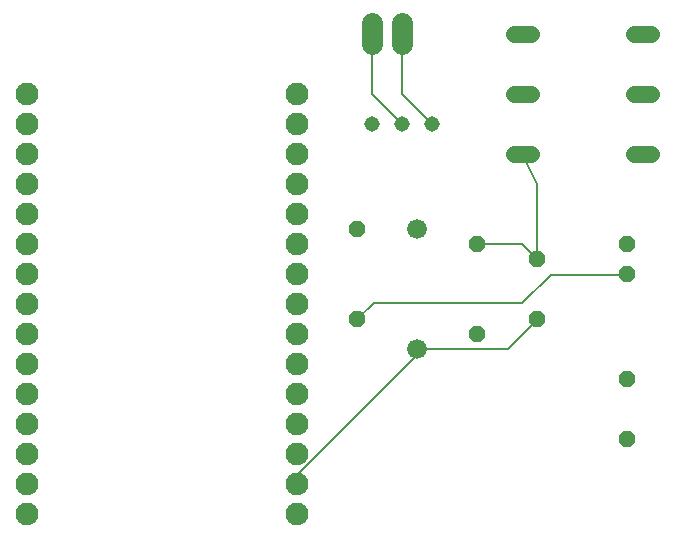
<source format=gbl>
G75*
%MOIN*%
%OFA0B0*%
%FSLAX25Y25*%
%IPPOS*%
%LPD*%
%AMOC8*
5,1,8,0,0,1.08239X$1,22.5*
%
%ADD10OC8,0.05200*%
%ADD11C,0.06600*%
%ADD12C,0.05543*%
%ADD13C,0.07600*%
%ADD14C,0.05150*%
%ADD15C,0.07087*%
%ADD16C,0.00800*%
%ADD17C,0.00600*%
D10*
X0126000Y0106000D03*
X0126000Y0136000D03*
X0166000Y0131000D03*
X0186000Y0126000D03*
X0186000Y0106000D03*
X0166000Y0101000D03*
X0216000Y0086000D03*
X0216000Y0066000D03*
X0216000Y0121000D03*
X0216000Y0131000D03*
D11*
X0146000Y0136000D03*
X0146000Y0096000D03*
D12*
X0178229Y0161000D02*
X0183771Y0161000D01*
X0183771Y0181000D02*
X0178229Y0181000D01*
X0178229Y0201000D02*
X0183771Y0201000D01*
X0218229Y0201000D02*
X0223771Y0201000D01*
X0223771Y0181000D02*
X0218229Y0181000D01*
X0218229Y0161000D02*
X0223771Y0161000D01*
D13*
X0016000Y0041000D03*
X0016000Y0051000D03*
X0016000Y0061000D03*
X0016000Y0071000D03*
X0016000Y0081000D03*
X0016000Y0091000D03*
X0016000Y0101000D03*
X0016000Y0111000D03*
X0016000Y0121000D03*
X0016000Y0131000D03*
X0016000Y0141000D03*
X0016000Y0151000D03*
X0016000Y0161000D03*
X0016000Y0171000D03*
X0016000Y0181000D03*
X0106000Y0181000D03*
X0106000Y0171000D03*
X0106000Y0161000D03*
X0106000Y0151000D03*
X0106000Y0141000D03*
X0106000Y0131000D03*
X0106000Y0121000D03*
X0106000Y0111000D03*
X0106000Y0101000D03*
X0106000Y0091000D03*
X0106000Y0081000D03*
X0106000Y0071000D03*
X0106000Y0061000D03*
X0106000Y0051000D03*
X0106000Y0041000D03*
D14*
X0131000Y0171000D03*
X0141000Y0171000D03*
X0151000Y0171000D03*
D15*
X0141000Y0197457D02*
X0141000Y0204543D01*
X0131000Y0204543D02*
X0131000Y0197457D01*
D16*
X0131000Y0201000D02*
X0131000Y0181000D01*
X0141000Y0171000D01*
X0141000Y0181000D02*
X0151000Y0171000D01*
X0141000Y0181000D02*
X0141000Y0201000D01*
X0181000Y0161000D02*
X0186000Y0151000D01*
X0186000Y0126000D01*
X0190400Y0120600D02*
X0215800Y0120600D01*
X0190400Y0120600D02*
X0181000Y0111200D01*
X0131400Y0111200D01*
X0126000Y0106000D01*
X0146000Y0096000D02*
X0176200Y0096000D01*
X0185800Y0105600D01*
X0145600Y0093600D02*
X0106000Y0054000D01*
D17*
X0106000Y0051000D01*
X0145600Y0093600D02*
X0145600Y0096000D01*
X0146000Y0096000D01*
X0166000Y0130800D02*
X0166000Y0131000D01*
X0181000Y0131000D01*
X0186000Y0126000D01*
X0186000Y0106000D02*
X0185800Y0105600D01*
X0215800Y0120600D02*
X0216000Y0121000D01*
M02*

</source>
